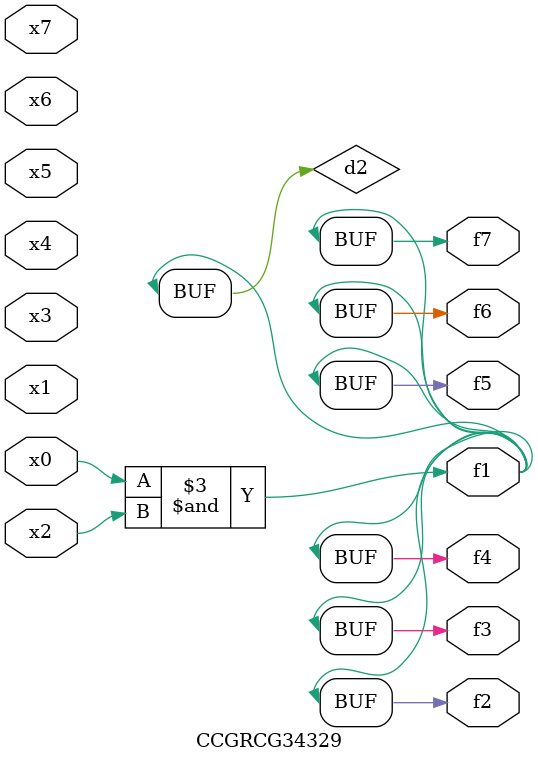
<source format=v>
module CCGRCG34329(
	input x0, x1, x2, x3, x4, x5, x6, x7,
	output f1, f2, f3, f4, f5, f6, f7
);

	wire d1, d2;

	nor (d1, x3, x6);
	and (d2, x0, x2);
	assign f1 = d2;
	assign f2 = d2;
	assign f3 = d2;
	assign f4 = d2;
	assign f5 = d2;
	assign f6 = d2;
	assign f7 = d2;
endmodule

</source>
